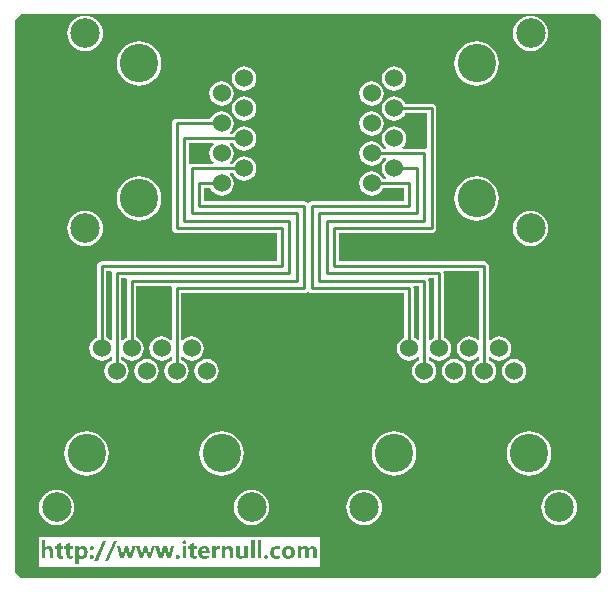
<source format=gbl>
G04 Layer_Physical_Order=2*
G04 Layer_Color=16711680*
%FSLAX25Y25*%
%MOIN*%
G70*
G01*
G75*
%ADD10C,0.01000*%
%ADD11C,0.12795*%
%ADD12C,0.09843*%
%ADD13C,0.06000*%
G36*
X268529Y421867D02*
Y238134D01*
X270634Y236029D01*
X461867D01*
X463971Y238133D01*
Y421867D01*
X461867Y423971D01*
X270634D01*
X268529Y421867D01*
D02*
G37*
%LPC*%
G36*
X435000Y309034D02*
X436044Y308897D01*
X437017Y308494D01*
X437853Y307853D01*
X438494Y307017D01*
X438897Y306044D01*
X439035Y305000D01*
X438897Y303956D01*
X438494Y302983D01*
X437853Y302147D01*
X437017Y301506D01*
X436044Y301103D01*
X435000Y300965D01*
X433956Y301103D01*
X432983Y301506D01*
X432147Y302147D01*
X431506Y302983D01*
X431103Y303956D01*
X430966Y305000D01*
X431103Y306044D01*
X431506Y307017D01*
X432147Y307853D01*
X432983Y308494D01*
X433956Y308897D01*
X435000Y309034D01*
D02*
G37*
G36*
X292500Y284933D02*
X293950Y284791D01*
X295345Y284368D01*
X296630Y283681D01*
X297756Y282756D01*
X298681Y281630D01*
X299368Y280345D01*
X299791Y278950D01*
X299933Y277500D01*
X299791Y276050D01*
X299368Y274655D01*
X298681Y273370D01*
X297756Y272244D01*
X296630Y271319D01*
X295345Y270632D01*
X293950Y270209D01*
X292500Y270067D01*
X291050Y270209D01*
X289655Y270632D01*
X288370Y271319D01*
X287244Y272244D01*
X286319Y273370D01*
X285632Y274655D01*
X285209Y276050D01*
X285067Y277500D01*
X285209Y278950D01*
X285632Y280345D01*
X286319Y281630D01*
X287244Y282756D01*
X288370Y283681D01*
X289655Y284368D01*
X291050Y284791D01*
X292500Y284933D01*
D02*
G37*
G36*
X337500D02*
X338950Y284791D01*
X340345Y284368D01*
X341630Y283681D01*
X342756Y282756D01*
X343681Y281630D01*
X344368Y280345D01*
X344791Y278950D01*
X344933Y277500D01*
X344791Y276050D01*
X344368Y274655D01*
X343681Y273370D01*
X342756Y272244D01*
X341630Y271319D01*
X340345Y270632D01*
X338950Y270209D01*
X337500Y270067D01*
X336050Y270209D01*
X334655Y270632D01*
X333370Y271319D01*
X332244Y272244D01*
X331319Y273370D01*
X330632Y274655D01*
X330209Y276050D01*
X330067Y277500D01*
X330209Y278950D01*
X330632Y280345D01*
X331319Y281630D01*
X332244Y282756D01*
X333370Y283681D01*
X334655Y284368D01*
X336050Y284791D01*
X337500Y284933D01*
D02*
G37*
G36*
X415000Y309034D02*
X416044Y308897D01*
X417017Y308494D01*
X417853Y307853D01*
X418494Y307017D01*
X418897Y306044D01*
X419034Y305000D01*
X418897Y303956D01*
X418494Y302983D01*
X417853Y302147D01*
X417017Y301506D01*
X416044Y301103D01*
X415000Y300965D01*
X413956Y301103D01*
X412983Y301506D01*
X412147Y302147D01*
X411506Y302983D01*
X411103Y303956D01*
X410965Y305000D01*
X411103Y306044D01*
X411506Y307017D01*
X412147Y307853D01*
X412983Y308494D01*
X413956Y308897D01*
X415000Y309034D01*
D02*
G37*
G36*
X395000Y396534D02*
X396044Y396397D01*
X397017Y395994D01*
X397853Y395353D01*
X398494Y394517D01*
X398696Y394029D01*
X407500D01*
X408085Y393913D01*
X408581Y393581D01*
X408913Y393085D01*
X409029Y392500D01*
Y352500D01*
X408913Y351915D01*
X408581Y351419D01*
X408085Y351087D01*
X407500Y350971D01*
X376529D01*
Y341529D01*
X425000D01*
X425585Y341413D01*
X426081Y341081D01*
X426413Y340585D01*
X426529Y340000D01*
Y315325D01*
X427003Y315165D01*
X427147Y315353D01*
X427983Y315994D01*
X428956Y316397D01*
X430000Y316534D01*
X431044Y316397D01*
X432017Y315994D01*
X432853Y315353D01*
X433494Y314517D01*
X433897Y313544D01*
X434034Y312500D01*
X433897Y311456D01*
X433494Y310483D01*
X432853Y309647D01*
X432017Y309006D01*
X431044Y308603D01*
X430000Y308466D01*
X428956Y308603D01*
X427983Y309006D01*
X427147Y309647D01*
X427003Y309835D01*
X426529Y309675D01*
Y308696D01*
X427017Y308494D01*
X427853Y307853D01*
X428494Y307017D01*
X428897Y306044D01*
X429035Y305000D01*
X428897Y303956D01*
X428494Y302983D01*
X427853Y302147D01*
X427017Y301506D01*
X426044Y301103D01*
X425000Y300965D01*
X423956Y301103D01*
X422983Y301506D01*
X422147Y302147D01*
X421506Y302983D01*
X421103Y303956D01*
X420965Y305000D01*
X421103Y306044D01*
X421506Y307017D01*
X422147Y307853D01*
X422983Y308494D01*
X423471Y308696D01*
Y309675D01*
X422997Y309835D01*
X422853Y309647D01*
X422017Y309006D01*
X421044Y308603D01*
X420000Y308466D01*
X418956Y308603D01*
X417983Y309006D01*
X417147Y309647D01*
X416506Y310483D01*
X416103Y311456D01*
X415966Y312500D01*
X416103Y313544D01*
X416506Y314517D01*
X417147Y315353D01*
X417983Y315994D01*
X418956Y316397D01*
X420000Y316534D01*
X421044Y316397D01*
X422017Y315994D01*
X422853Y315353D01*
X422997Y315165D01*
X423471Y315325D01*
Y338471D01*
X411711D01*
X411436Y337971D01*
X411529Y337500D01*
Y316196D01*
X412017Y315994D01*
X412853Y315353D01*
X413494Y314517D01*
X413897Y313544D01*
X414035Y312500D01*
X413897Y311456D01*
X413494Y310483D01*
X412853Y309647D01*
X412017Y309006D01*
X411044Y308603D01*
X410000Y308466D01*
X408956Y308603D01*
X407983Y309006D01*
X407147Y309647D01*
X407003Y309835D01*
X406529Y309675D01*
Y308696D01*
X407017Y308494D01*
X407853Y307853D01*
X408494Y307017D01*
X408897Y306044D01*
X409034Y305000D01*
X408897Y303956D01*
X408494Y302983D01*
X407853Y302147D01*
X407017Y301506D01*
X406044Y301103D01*
X405000Y300965D01*
X403956Y301103D01*
X402983Y301506D01*
X402147Y302147D01*
X401506Y302983D01*
X401103Y303956D01*
X400965Y305000D01*
X401103Y306044D01*
X401506Y307017D01*
X402147Y307853D01*
X402983Y308494D01*
X403471Y308696D01*
Y309675D01*
X402997Y309835D01*
X402853Y309647D01*
X402017Y309006D01*
X401044Y308603D01*
X400000Y308466D01*
X398956Y308603D01*
X397983Y309006D01*
X397147Y309647D01*
X396506Y310483D01*
X396103Y311456D01*
X395966Y312500D01*
X396103Y313544D01*
X396506Y314517D01*
X397147Y315353D01*
X397983Y315994D01*
X398471Y316196D01*
Y330971D01*
X367500D01*
X366915Y331087D01*
X366419Y331419D01*
X366081D01*
X365585Y331087D01*
X365000Y330971D01*
X324029D01*
Y315325D01*
X324503Y315165D01*
X324647Y315353D01*
X325483Y315994D01*
X326456Y316397D01*
X327500Y316534D01*
X328544Y316397D01*
X329517Y315994D01*
X330353Y315353D01*
X330994Y314517D01*
X331397Y313544D01*
X331535Y312500D01*
X331397Y311456D01*
X330994Y310483D01*
X330353Y309647D01*
X329517Y309006D01*
X328544Y308603D01*
X327500Y308466D01*
X326456Y308603D01*
X325483Y309006D01*
X324647Y309647D01*
X324503Y309835D01*
X324029Y309675D01*
Y308696D01*
X324517Y308494D01*
X325353Y307853D01*
X325994Y307017D01*
X326397Y306044D01*
X326535Y305000D01*
X326397Y303956D01*
X325994Y302983D01*
X325353Y302147D01*
X324517Y301506D01*
X323544Y301103D01*
X322500Y300965D01*
X321456Y301103D01*
X320483Y301506D01*
X319647Y302147D01*
X319006Y302983D01*
X318603Y303956D01*
X318465Y305000D01*
X318603Y306044D01*
X319006Y307017D01*
X319647Y307853D01*
X320483Y308494D01*
X320971Y308696D01*
Y309675D01*
X320497Y309835D01*
X320353Y309647D01*
X319517Y309006D01*
X318544Y308603D01*
X317500Y308466D01*
X316456Y308603D01*
X315483Y309006D01*
X314647Y309647D01*
X314006Y310483D01*
X313603Y311456D01*
X313465Y312500D01*
X313603Y313544D01*
X314006Y314517D01*
X314647Y315353D01*
X315483Y315994D01*
X316456Y316397D01*
X317500Y316534D01*
X318544Y316397D01*
X319517Y315994D01*
X320353Y315353D01*
X320497Y315165D01*
X320971Y315325D01*
Y332500D01*
X321064Y332971D01*
X320789Y333471D01*
X309029D01*
Y316196D01*
X309517Y315994D01*
X310353Y315353D01*
X310994Y314517D01*
X311397Y313544D01*
X311535Y312500D01*
X311397Y311456D01*
X310994Y310483D01*
X310353Y309647D01*
X309517Y309006D01*
X308544Y308603D01*
X307500Y308466D01*
X306456Y308603D01*
X305483Y309006D01*
X304647Y309647D01*
X304503Y309835D01*
X304029Y309675D01*
Y308696D01*
X304517Y308494D01*
X305353Y307853D01*
X305994Y307017D01*
X306397Y306044D01*
X306535Y305000D01*
X306397Y303956D01*
X305994Y302983D01*
X305353Y302147D01*
X304517Y301506D01*
X303544Y301103D01*
X302500Y300965D01*
X301456Y301103D01*
X300483Y301506D01*
X299647Y302147D01*
X299006Y302983D01*
X298603Y303956D01*
X298465Y305000D01*
X298603Y306044D01*
X299006Y307017D01*
X299647Y307853D01*
X300483Y308494D01*
X300971Y308696D01*
Y309675D01*
X300497Y309835D01*
X300353Y309647D01*
X299517Y309006D01*
X298544Y308603D01*
X297500Y308466D01*
X296456Y308603D01*
X295483Y309006D01*
X294647Y309647D01*
X294006Y310483D01*
X293603Y311456D01*
X293465Y312500D01*
X293603Y313544D01*
X294006Y314517D01*
X294647Y315353D01*
X295483Y315994D01*
X295971Y316196D01*
Y340000D01*
X296087Y340585D01*
X296419Y341081D01*
X296915Y341413D01*
X297500Y341529D01*
X355971D01*
Y350971D01*
X322500D01*
X321915Y351087D01*
X321419Y351419D01*
X321087Y351915D01*
X320971Y352500D01*
Y387500D01*
X321087Y388085D01*
X321419Y388581D01*
X321915Y388913D01*
X322500Y389029D01*
X333804D01*
X334006Y389517D01*
X334647Y390353D01*
X335483Y390994D01*
X336456Y391397D01*
X337500Y391534D01*
X338544Y391397D01*
X339517Y390994D01*
X340353Y390353D01*
X340994Y389517D01*
X341397Y388544D01*
X341534Y387500D01*
X341397Y386456D01*
X340994Y385483D01*
X340353Y384647D01*
X340165Y384503D01*
X340325Y384029D01*
X341304D01*
X341506Y384517D01*
X342147Y385353D01*
X342983Y385994D01*
X343956Y386397D01*
X345000Y386535D01*
X346044Y386397D01*
X347017Y385994D01*
X347853Y385353D01*
X348494Y384517D01*
X348897Y383544D01*
X349035Y382500D01*
X348897Y381456D01*
X348494Y380483D01*
X347853Y379647D01*
X347017Y379006D01*
X346044Y378603D01*
X345000Y378466D01*
X343956Y378603D01*
X342983Y379006D01*
X342147Y379647D01*
X341506Y380483D01*
X341304Y380971D01*
X340325D01*
X340165Y380497D01*
X340353Y380353D01*
X340994Y379517D01*
X341397Y378544D01*
X341534Y377500D01*
X341397Y376456D01*
X340994Y375483D01*
X340353Y374647D01*
X340165Y374503D01*
X340325Y374029D01*
X341304D01*
X341506Y374517D01*
X342147Y375353D01*
X342983Y375994D01*
X343956Y376397D01*
X345000Y376535D01*
X346044Y376397D01*
X347017Y375994D01*
X347853Y375353D01*
X348494Y374517D01*
X348897Y373544D01*
X349035Y372500D01*
X348897Y371456D01*
X348494Y370483D01*
X347853Y369647D01*
X347017Y369006D01*
X346044Y368603D01*
X345000Y368465D01*
X343956Y368603D01*
X342983Y369006D01*
X342147Y369647D01*
X341506Y370483D01*
X341304Y370971D01*
X340325D01*
X340165Y370497D01*
X340353Y370353D01*
X340994Y369517D01*
X341397Y368544D01*
X341534Y367500D01*
X341397Y366456D01*
X340994Y365483D01*
X340353Y364647D01*
X339517Y364006D01*
X338544Y363603D01*
X337500Y363465D01*
X336456Y363603D01*
X335483Y364006D01*
X334647Y364647D01*
X334006Y365483D01*
X333804Y365971D01*
X331529D01*
Y361529D01*
X365000D01*
X365585Y361413D01*
X365899Y361204D01*
X366250Y361121D01*
X366601Y361204D01*
X366915Y361413D01*
X367500Y361529D01*
X398471D01*
Y365971D01*
X391196D01*
X390994Y365483D01*
X390353Y364647D01*
X389517Y364006D01*
X388544Y363603D01*
X387500Y363465D01*
X386456Y363603D01*
X385483Y364006D01*
X384647Y364647D01*
X384006Y365483D01*
X383603Y366456D01*
X383466Y367500D01*
X383603Y368544D01*
X384006Y369517D01*
X384647Y370353D01*
X385483Y370994D01*
X386456Y371397D01*
X387500Y371534D01*
X388544Y371397D01*
X389517Y370994D01*
X390353Y370353D01*
X390994Y369517D01*
X391196Y369029D01*
X392175D01*
X392335Y369503D01*
X392147Y369647D01*
X391506Y370483D01*
X391103Y371456D01*
X390966Y372500D01*
X391103Y373544D01*
X391506Y374517D01*
X392147Y375353D01*
X392335Y375497D01*
X392175Y375971D01*
X391196D01*
X390994Y375483D01*
X390353Y374647D01*
X389517Y374006D01*
X388544Y373603D01*
X387500Y373465D01*
X386456Y373603D01*
X385483Y374006D01*
X384647Y374647D01*
X384006Y375483D01*
X383603Y376456D01*
X383466Y377500D01*
X383603Y378544D01*
X384006Y379517D01*
X384647Y380353D01*
X385483Y380994D01*
X386456Y381397D01*
X387500Y381535D01*
X388544Y381397D01*
X389517Y380994D01*
X390353Y380353D01*
X390994Y379517D01*
X391196Y379029D01*
X392175D01*
X392335Y379503D01*
X392147Y379647D01*
X391506Y380483D01*
X391103Y381456D01*
X390966Y382500D01*
X391103Y383544D01*
X391506Y384517D01*
X392147Y385353D01*
X392983Y385994D01*
X393956Y386397D01*
X395000Y386535D01*
X396044Y386397D01*
X397017Y385994D01*
X397853Y385353D01*
X398494Y384517D01*
X398897Y383544D01*
X399035Y382500D01*
X398897Y381456D01*
X398494Y380483D01*
X397853Y379647D01*
X397665Y379503D01*
X397826Y379029D01*
X405000D01*
X405471Y378936D01*
X405971Y379211D01*
Y390971D01*
X398696D01*
X398494Y390483D01*
X397853Y389647D01*
X397017Y389006D01*
X396044Y388603D01*
X395000Y388465D01*
X393956Y388603D01*
X392983Y389006D01*
X392147Y389647D01*
X391506Y390483D01*
X391103Y391456D01*
X390966Y392500D01*
X391103Y393544D01*
X391506Y394517D01*
X392147Y395353D01*
X392983Y395994D01*
X393956Y396397D01*
X395000Y396534D01*
D02*
G37*
G36*
X312500Y309034D02*
X313544Y308897D01*
X314517Y308494D01*
X315353Y307853D01*
X315994Y307017D01*
X316397Y306044D01*
X316534Y305000D01*
X316397Y303956D01*
X315994Y302983D01*
X315353Y302147D01*
X314517Y301506D01*
X313544Y301103D01*
X312500Y300965D01*
X311456Y301103D01*
X310483Y301506D01*
X309647Y302147D01*
X309006Y302983D01*
X308603Y303956D01*
X308466Y305000D01*
X308603Y306044D01*
X309006Y307017D01*
X309647Y307853D01*
X310483Y308494D01*
X311456Y308897D01*
X312500Y309034D01*
D02*
G37*
G36*
X332500D02*
X333544Y308897D01*
X334517Y308494D01*
X335353Y307853D01*
X335994Y307017D01*
X336397Y306044D01*
X336535Y305000D01*
X336397Y303956D01*
X335994Y302983D01*
X335353Y302147D01*
X334517Y301506D01*
X333544Y301103D01*
X332500Y300965D01*
X331456Y301103D01*
X330483Y301506D01*
X329647Y302147D01*
X329006Y302983D01*
X328603Y303956D01*
X328466Y305000D01*
X328603Y306044D01*
X329006Y307017D01*
X329647Y307853D01*
X330483Y308494D01*
X331456Y308897D01*
X332500Y309034D01*
D02*
G37*
G36*
X385000Y265450D02*
X386161Y265336D01*
X387277Y264997D01*
X388306Y264447D01*
X389207Y263707D01*
X389947Y262806D01*
X390497Y261777D01*
X390836Y260661D01*
X390950Y259500D01*
X390836Y258339D01*
X390497Y257223D01*
X389947Y256194D01*
X389207Y255293D01*
X388306Y254553D01*
X387277Y254003D01*
X386161Y253664D01*
X385000Y253550D01*
X383839Y253664D01*
X382723Y254003D01*
X381694Y254553D01*
X380793Y255293D01*
X380053Y256194D01*
X379503Y257223D01*
X379164Y258339D01*
X379050Y259500D01*
X379164Y260661D01*
X379503Y261777D01*
X380053Y262806D01*
X380793Y263707D01*
X381694Y264447D01*
X382723Y264997D01*
X383839Y265336D01*
X385000Y265450D01*
D02*
G37*
G36*
X450000D02*
X451161Y265336D01*
X452277Y264997D01*
X453306Y264447D01*
X454207Y263707D01*
X454947Y262806D01*
X455497Y261777D01*
X455836Y260661D01*
X455950Y259500D01*
X455836Y258339D01*
X455497Y257223D01*
X454947Y256194D01*
X454207Y255293D01*
X453306Y254553D01*
X452277Y254003D01*
X451161Y253664D01*
X450000Y253550D01*
X448839Y253664D01*
X447723Y254003D01*
X446694Y254553D01*
X445793Y255293D01*
X445053Y256194D01*
X444503Y257223D01*
X444164Y258339D01*
X444050Y259500D01*
X444164Y260661D01*
X444503Y261777D01*
X445053Y262806D01*
X445793Y263707D01*
X446694Y264447D01*
X447723Y264997D01*
X448839Y265336D01*
X450000Y265450D01*
D02*
G37*
G36*
X276491Y249540D02*
X370251D01*
Y239622D01*
X276491D01*
Y249540D01*
D02*
G37*
G36*
X347500Y265450D02*
X348661Y265336D01*
X349777Y264997D01*
X350806Y264447D01*
X351707Y263707D01*
X352447Y262806D01*
X352997Y261777D01*
X353336Y260661D01*
X353450Y259500D01*
X353336Y258339D01*
X352997Y257223D01*
X352447Y256194D01*
X351707Y255293D01*
X350806Y254553D01*
X349777Y254003D01*
X348661Y253664D01*
X347500Y253550D01*
X346339Y253664D01*
X345223Y254003D01*
X344194Y254553D01*
X343293Y255293D01*
X342553Y256194D01*
X342003Y257223D01*
X341664Y258339D01*
X341550Y259500D01*
X341664Y260661D01*
X342003Y261777D01*
X342553Y262806D01*
X343293Y263707D01*
X344194Y264447D01*
X345223Y264997D01*
X346339Y265336D01*
X347500Y265450D01*
D02*
G37*
G36*
X395000Y284933D02*
X396450Y284791D01*
X397845Y284368D01*
X399130Y283681D01*
X400256Y282756D01*
X401181Y281630D01*
X401868Y280345D01*
X402291Y278950D01*
X402433Y277500D01*
X402291Y276050D01*
X401868Y274655D01*
X401181Y273370D01*
X400256Y272244D01*
X399130Y271319D01*
X397845Y270632D01*
X396450Y270209D01*
X395000Y270067D01*
X393550Y270209D01*
X392155Y270632D01*
X390870Y271319D01*
X389744Y272244D01*
X388819Y273370D01*
X388132Y274655D01*
X387709Y276050D01*
X387567Y277500D01*
X387709Y278950D01*
X388132Y280345D01*
X388819Y281630D01*
X389744Y282756D01*
X390870Y283681D01*
X392155Y284368D01*
X393550Y284791D01*
X395000Y284933D01*
D02*
G37*
G36*
X440000D02*
X441450Y284791D01*
X442845Y284368D01*
X444130Y283681D01*
X445256Y282756D01*
X446181Y281630D01*
X446868Y280345D01*
X447291Y278950D01*
X447433Y277500D01*
X447291Y276050D01*
X446868Y274655D01*
X446181Y273370D01*
X445256Y272244D01*
X444130Y271319D01*
X442845Y270632D01*
X441450Y270209D01*
X440000Y270067D01*
X438550Y270209D01*
X437155Y270632D01*
X435870Y271319D01*
X434744Y272244D01*
X433819Y273370D01*
X433132Y274655D01*
X432709Y276050D01*
X432567Y277500D01*
X432709Y278950D01*
X433132Y280345D01*
X433819Y281630D01*
X434744Y282756D01*
X435870Y283681D01*
X437155Y284368D01*
X438550Y284791D01*
X440000Y284933D01*
D02*
G37*
G36*
X282500Y265450D02*
X283661Y265336D01*
X284777Y264997D01*
X285806Y264447D01*
X286707Y263707D01*
X287447Y262806D01*
X287997Y261777D01*
X288336Y260661D01*
X288450Y259500D01*
X288336Y258339D01*
X287997Y257223D01*
X287447Y256194D01*
X286707Y255293D01*
X285806Y254553D01*
X284777Y254003D01*
X283661Y253664D01*
X282500Y253550D01*
X281339Y253664D01*
X280223Y254003D01*
X279194Y254553D01*
X278293Y255293D01*
X277553Y256194D01*
X277003Y257223D01*
X276664Y258339D01*
X276550Y259500D01*
X276664Y260661D01*
X277003Y261777D01*
X277553Y262806D01*
X278293Y263707D01*
X279194Y264447D01*
X280223Y264997D01*
X281339Y265336D01*
X282500Y265450D01*
D02*
G37*
G36*
X337500Y401535D02*
X338544Y401397D01*
X339517Y400994D01*
X340353Y400353D01*
X340994Y399517D01*
X341397Y398544D01*
X341534Y397500D01*
X341397Y396456D01*
X340994Y395483D01*
X340353Y394647D01*
X339517Y394006D01*
X338544Y393603D01*
X337500Y393465D01*
X336456Y393603D01*
X335483Y394006D01*
X334647Y394647D01*
X334006Y395483D01*
X333603Y396456D01*
X333466Y397500D01*
X333603Y398544D01*
X334006Y399517D01*
X334647Y400353D01*
X335483Y400994D01*
X336456Y401397D01*
X337500Y401535D01*
D02*
G37*
G36*
X395000Y406534D02*
X396044Y406397D01*
X397017Y405994D01*
X397853Y405353D01*
X398494Y404517D01*
X398897Y403544D01*
X399035Y402500D01*
X398897Y401456D01*
X398494Y400483D01*
X397853Y399647D01*
X397017Y399006D01*
X396044Y398603D01*
X395000Y398465D01*
X393956Y398603D01*
X392983Y399006D01*
X392147Y399647D01*
X391506Y400483D01*
X391103Y401456D01*
X390966Y402500D01*
X391103Y403544D01*
X391506Y404517D01*
X392147Y405353D01*
X392983Y405994D01*
X393956Y406397D01*
X395000Y406534D01*
D02*
G37*
G36*
X345000Y396534D02*
X346044Y396397D01*
X347017Y395994D01*
X347853Y395353D01*
X348494Y394517D01*
X348897Y393544D01*
X349035Y392500D01*
X348897Y391456D01*
X348494Y390483D01*
X347853Y389647D01*
X347017Y389006D01*
X346044Y388603D01*
X345000Y388465D01*
X343956Y388603D01*
X342983Y389006D01*
X342147Y389647D01*
X341506Y390483D01*
X341103Y391456D01*
X340966Y392500D01*
X341103Y393544D01*
X341506Y394517D01*
X342147Y395353D01*
X342983Y395994D01*
X343956Y396397D01*
X345000Y396534D01*
D02*
G37*
G36*
X387500Y401535D02*
X388544Y401397D01*
X389517Y400994D01*
X390353Y400353D01*
X390994Y399517D01*
X391397Y398544D01*
X391534Y397500D01*
X391397Y396456D01*
X390994Y395483D01*
X390353Y394647D01*
X389517Y394006D01*
X388544Y393603D01*
X387500Y393465D01*
X386456Y393603D01*
X385483Y394006D01*
X384647Y394647D01*
X384006Y395483D01*
X383603Y396456D01*
X383466Y397500D01*
X383603Y398544D01*
X384006Y399517D01*
X384647Y400353D01*
X385483Y400994D01*
X386456Y401397D01*
X387500Y401535D01*
D02*
G37*
G36*
X345000Y406534D02*
X346044Y406397D01*
X347017Y405994D01*
X347853Y405353D01*
X348494Y404517D01*
X348897Y403544D01*
X349035Y402500D01*
X348897Y401456D01*
X348494Y400483D01*
X347853Y399647D01*
X347017Y399006D01*
X346044Y398603D01*
X345000Y398465D01*
X343956Y398603D01*
X342983Y399006D01*
X342147Y399647D01*
X341506Y400483D01*
X341103Y401456D01*
X340966Y402500D01*
X341103Y403544D01*
X341506Y404517D01*
X342147Y405353D01*
X342983Y405994D01*
X343956Y406397D01*
X345000Y406534D01*
D02*
G37*
G36*
X440500Y423450D02*
X441661Y423336D01*
X442777Y422997D01*
X443806Y422447D01*
X444707Y421707D01*
X445447Y420806D01*
X445997Y419777D01*
X446336Y418661D01*
X446450Y417500D01*
X446336Y416339D01*
X445997Y415223D01*
X445447Y414194D01*
X444707Y413293D01*
X443806Y412553D01*
X442777Y412003D01*
X441661Y411664D01*
X440500Y411550D01*
X439339Y411664D01*
X438223Y412003D01*
X437194Y412553D01*
X436293Y413293D01*
X435553Y414194D01*
X435003Y415223D01*
X434664Y416339D01*
X434550Y417500D01*
X434664Y418661D01*
X435003Y419777D01*
X435553Y420806D01*
X436293Y421707D01*
X437194Y422447D01*
X438223Y422997D01*
X439339Y423336D01*
X440500Y423450D01*
D02*
G37*
G36*
X292000D02*
X293161Y423336D01*
X294277Y422997D01*
X295306Y422447D01*
X296207Y421707D01*
X296947Y420806D01*
X297497Y419777D01*
X297836Y418661D01*
X297950Y417500D01*
X297836Y416339D01*
X297497Y415223D01*
X296947Y414194D01*
X296207Y413293D01*
X295306Y412553D01*
X294277Y412003D01*
X293161Y411664D01*
X292000Y411550D01*
X290839Y411664D01*
X289723Y412003D01*
X288694Y412553D01*
X287793Y413293D01*
X287053Y414194D01*
X286503Y415223D01*
X286164Y416339D01*
X286050Y417500D01*
X286164Y418661D01*
X286503Y419777D01*
X287053Y420806D01*
X287793Y421707D01*
X288694Y422447D01*
X289723Y422997D01*
X290839Y423336D01*
X292000Y423450D01*
D02*
G37*
G36*
X422500Y414933D02*
X423950Y414791D01*
X425345Y414368D01*
X426630Y413681D01*
X427756Y412756D01*
X428681Y411630D01*
X429368Y410345D01*
X429791Y408950D01*
X429933Y407500D01*
X429791Y406050D01*
X429368Y404655D01*
X428681Y403370D01*
X427756Y402244D01*
X426630Y401319D01*
X425345Y400632D01*
X423950Y400209D01*
X422500Y400067D01*
X421050Y400209D01*
X419655Y400632D01*
X418370Y401319D01*
X417244Y402244D01*
X416319Y403370D01*
X415632Y404655D01*
X415209Y406050D01*
X415067Y407500D01*
X415209Y408950D01*
X415632Y410345D01*
X416319Y411630D01*
X417244Y412756D01*
X418370Y413681D01*
X419655Y414368D01*
X421050Y414791D01*
X422500Y414933D01*
D02*
G37*
G36*
X310000D02*
X311450Y414791D01*
X312845Y414368D01*
X314130Y413681D01*
X315256Y412756D01*
X316181Y411630D01*
X316868Y410345D01*
X317291Y408950D01*
X317433Y407500D01*
X317291Y406050D01*
X316868Y404655D01*
X316181Y403370D01*
X315256Y402244D01*
X314130Y401319D01*
X312845Y400632D01*
X311450Y400209D01*
X310000Y400067D01*
X308550Y400209D01*
X307155Y400632D01*
X305870Y401319D01*
X304744Y402244D01*
X303819Y403370D01*
X303132Y404655D01*
X302709Y406050D01*
X302567Y407500D01*
X302709Y408950D01*
X303132Y410345D01*
X303819Y411630D01*
X304744Y412756D01*
X305870Y413681D01*
X307155Y414368D01*
X308550Y414791D01*
X310000Y414933D01*
D02*
G37*
G36*
X387500Y391534D02*
X388544Y391397D01*
X389517Y390994D01*
X390353Y390353D01*
X390994Y389517D01*
X391397Y388544D01*
X391534Y387500D01*
X391397Y386456D01*
X390994Y385483D01*
X390353Y384647D01*
X389517Y384006D01*
X388544Y383603D01*
X387500Y383466D01*
X386456Y383603D01*
X385483Y384006D01*
X384647Y384647D01*
X384006Y385483D01*
X383603Y386456D01*
X383466Y387500D01*
X383603Y388544D01*
X384006Y389517D01*
X384647Y390353D01*
X385483Y390994D01*
X386456Y391397D01*
X387500Y391534D01*
D02*
G37*
G36*
X292000Y358450D02*
X293161Y358336D01*
X294277Y357997D01*
X295306Y357447D01*
X296207Y356707D01*
X296947Y355806D01*
X297497Y354777D01*
X297836Y353661D01*
X297950Y352500D01*
X297836Y351339D01*
X297497Y350223D01*
X296947Y349194D01*
X296207Y348293D01*
X295306Y347553D01*
X294277Y347003D01*
X293161Y346664D01*
X292000Y346550D01*
X290839Y346664D01*
X289723Y347003D01*
X288694Y347553D01*
X287793Y348293D01*
X287053Y349194D01*
X286503Y350223D01*
X286164Y351339D01*
X286050Y352500D01*
X286164Y353661D01*
X286503Y354777D01*
X287053Y355806D01*
X287793Y356707D01*
X288694Y357447D01*
X289723Y357997D01*
X290839Y358336D01*
X292000Y358450D01*
D02*
G37*
G36*
X440500D02*
X441661Y358336D01*
X442777Y357997D01*
X443806Y357447D01*
X444707Y356707D01*
X445447Y355806D01*
X445997Y354777D01*
X446336Y353661D01*
X446450Y352500D01*
X446336Y351339D01*
X445997Y350223D01*
X445447Y349194D01*
X444707Y348293D01*
X443806Y347553D01*
X442777Y347003D01*
X441661Y346664D01*
X440500Y346550D01*
X439339Y346664D01*
X438223Y347003D01*
X437194Y347553D01*
X436293Y348293D01*
X435553Y349194D01*
X435003Y350223D01*
X434664Y351339D01*
X434550Y352500D01*
X434664Y353661D01*
X435003Y354777D01*
X435553Y355806D01*
X436293Y356707D01*
X437194Y357447D01*
X438223Y357997D01*
X439339Y358336D01*
X440500Y358450D01*
D02*
G37*
G36*
X422500Y369933D02*
X423950Y369791D01*
X425345Y369368D01*
X426630Y368681D01*
X427756Y367756D01*
X428681Y366630D01*
X429368Y365345D01*
X429791Y363950D01*
X429933Y362500D01*
X429791Y361050D01*
X429368Y359655D01*
X428681Y358370D01*
X427756Y357244D01*
X426630Y356319D01*
X425345Y355632D01*
X423950Y355209D01*
X422500Y355067D01*
X421050Y355209D01*
X419655Y355632D01*
X418370Y356319D01*
X417244Y357244D01*
X416319Y358370D01*
X415632Y359655D01*
X415209Y361050D01*
X415067Y362500D01*
X415209Y363950D01*
X415632Y365345D01*
X416319Y366630D01*
X417244Y367756D01*
X418370Y368681D01*
X419655Y369368D01*
X421050Y369791D01*
X422500Y369933D01*
D02*
G37*
G36*
X310000D02*
X311450Y369791D01*
X312845Y369368D01*
X314130Y368681D01*
X315256Y367756D01*
X316181Y366630D01*
X316868Y365345D01*
X317291Y363950D01*
X317433Y362500D01*
X317291Y361050D01*
X316868Y359655D01*
X316181Y358370D01*
X315256Y357244D01*
X314130Y356319D01*
X312845Y355632D01*
X311450Y355209D01*
X310000Y355067D01*
X308550Y355209D01*
X307155Y355632D01*
X305870Y356319D01*
X304744Y357244D01*
X303819Y358370D01*
X303132Y359655D01*
X302709Y361050D01*
X302567Y362500D01*
X302709Y363950D01*
X303132Y365345D01*
X303819Y366630D01*
X304744Y367756D01*
X305870Y368681D01*
X307155Y369368D01*
X308550Y369791D01*
X310000Y369933D01*
D02*
G37*
%LPD*%
G36*
X295140Y241557D02*
X296194D01*
X298978Y248217D01*
X297896D01*
X295140Y241557D01*
D02*
G37*
G36*
X331520Y246672D02*
X331363Y246653D01*
X331215Y246625D01*
X331076Y246588D01*
X330956Y246542D01*
X330836Y246487D01*
X330725Y246431D01*
X330623Y246376D01*
X330530Y246320D01*
X330456Y246265D01*
X330382Y246209D01*
X330327Y246163D01*
X330280Y246126D01*
X330253Y246098D01*
X330234Y246080D01*
X330225Y246071D01*
X330123Y245950D01*
X330040Y245830D01*
X329957Y245701D01*
X329892Y245562D01*
X329837Y245432D01*
X329790Y245303D01*
X329726Y245044D01*
X329698Y244933D01*
X329679Y244822D01*
X329670Y244729D01*
X329661Y244646D01*
X329651Y244572D01*
Y244526D01*
Y244489D01*
Y244479D01*
X329661Y244304D01*
X329679Y244137D01*
X329698Y243971D01*
X329735Y243832D01*
X329772Y243693D01*
X329818Y243564D01*
X329873Y243453D01*
X329920Y243351D01*
X329966Y243259D01*
X330022Y243175D01*
X330068Y243110D01*
X330105Y243055D01*
X330142Y243009D01*
X330170Y242981D01*
X330179Y242963D01*
X330188Y242953D01*
X330299Y242861D01*
X330410Y242777D01*
X330530Y242704D01*
X330660Y242639D01*
X330780Y242583D01*
X330909Y242537D01*
X331150Y242472D01*
X331261Y242454D01*
X331372Y242435D01*
X331465Y242426D01*
X331548Y242417D01*
X331612Y242407D01*
X331705D01*
X332029Y242417D01*
X332177Y242435D01*
X332315Y242454D01*
X332445Y242481D01*
X332565Y242500D01*
X332676Y242528D01*
X332778Y242565D01*
X332871Y242593D01*
X332954Y242620D01*
X333018Y242639D01*
X333074Y242667D01*
X333120Y242685D01*
X333148Y242704D01*
X333167Y242713D01*
X333176D01*
Y243582D01*
X332972Y243471D01*
X332769Y243388D01*
X332565Y243333D01*
X332380Y243296D01*
X332214Y243268D01*
X332149Y243259D01*
X332084D01*
X332038Y243249D01*
X331973D01*
X331779Y243259D01*
X331612Y243286D01*
X331465Y243342D01*
X331335Y243397D01*
X331233Y243471D01*
X331141Y243554D01*
X331058Y243638D01*
X331002Y243730D01*
X330946Y243813D01*
X330909Y243897D01*
X330882Y243980D01*
X330863Y244054D01*
X330845Y244119D01*
Y244165D01*
X330836Y244193D01*
Y244202D01*
X333518D01*
Y244711D01*
X333509Y244877D01*
X333500Y245035D01*
X333472Y245182D01*
X333444Y245321D01*
X333407Y245451D01*
X333361Y245571D01*
X333314Y245682D01*
X333278Y245775D01*
X333231Y245867D01*
X333185Y245941D01*
X333139Y246006D01*
X333102Y246061D01*
X333074Y246098D01*
X333046Y246126D01*
X333037Y246145D01*
X333028Y246154D01*
X332935Y246246D01*
X332834Y246329D01*
X332722Y246394D01*
X332611Y246459D01*
X332501Y246515D01*
X332389Y246551D01*
X332177Y246616D01*
X332075Y246635D01*
X331982Y246653D01*
X331890Y246662D01*
X331825Y246672D01*
X331761Y246681D01*
X331677D01*
X331520Y246672D01*
D02*
G37*
G36*
X324499Y242500D02*
X325693D01*
Y246579D01*
X324499D01*
Y242500D01*
D02*
G37*
G36*
X355801Y246672D02*
X355616Y246653D01*
X355450Y246625D01*
X355293Y246588D01*
X355145Y246542D01*
X355006Y246487D01*
X354886Y246441D01*
X354774Y246385D01*
X354673Y246320D01*
X354580Y246274D01*
X354506Y246218D01*
X354441Y246172D01*
X354395Y246135D01*
X354358Y246108D01*
X354340Y246089D01*
X354330Y246080D01*
X354220Y245959D01*
X354127Y245839D01*
X354044Y245710D01*
X353970Y245571D01*
X353914Y245432D01*
X353859Y245293D01*
X353785Y245035D01*
X353766Y244914D01*
X353748Y244803D01*
X353729Y244702D01*
X353720Y244618D01*
X353711Y244544D01*
Y244489D01*
Y244452D01*
Y244443D01*
X353720Y244276D01*
X353738Y244119D01*
X353766Y243971D01*
X353803Y243832D01*
X353840Y243703D01*
X353896Y243582D01*
X353942Y243471D01*
X353997Y243370D01*
X354053Y243277D01*
X354099Y243203D01*
X354155Y243129D01*
X354192Y243074D01*
X354229Y243027D01*
X354257Y243000D01*
X354275Y242981D01*
X354284Y242972D01*
X354395Y242870D01*
X354516Y242787D01*
X354636Y242713D01*
X354765Y242648D01*
X354895Y242593D01*
X355015Y242546D01*
X355256Y242481D01*
X355366Y242454D01*
X355468Y242435D01*
X355561Y242426D01*
X355644Y242417D01*
X355709Y242407D01*
X355801D01*
X356079Y242417D01*
X356319Y242444D01*
X356532Y242481D01*
X356698Y242528D01*
X356772Y242546D01*
X356837Y242574D01*
X356893Y242593D01*
X356939Y242611D01*
X356967Y242630D01*
X356995Y242639D01*
X357004Y242648D01*
X357013D01*
Y243619D01*
X356846Y243517D01*
X356680Y243443D01*
X356523Y243388D01*
X356384Y243351D01*
X356264Y243333D01*
X356171Y243323D01*
X356134Y243314D01*
X356088D01*
X355894Y243333D01*
X355727Y243370D01*
X355579Y243416D01*
X355450Y243480D01*
X355357Y243536D01*
X355283Y243591D01*
X355246Y243629D01*
X355228Y243638D01*
X355126Y243767D01*
X355043Y243915D01*
X354987Y244054D01*
X354950Y244202D01*
X354932Y244322D01*
X354923Y244424D01*
X354913Y244461D01*
Y244489D01*
Y244507D01*
Y244516D01*
X354932Y244720D01*
X354969Y244905D01*
X355015Y245062D01*
X355080Y245192D01*
X355145Y245293D01*
X355191Y245368D01*
X355228Y245414D01*
X355246Y245432D01*
X355376Y245543D01*
X355524Y245626D01*
X355672Y245682D01*
X355810Y245728D01*
X355931Y245747D01*
X356032Y245756D01*
X356069Y245765D01*
X356125D01*
X356301Y245756D01*
X356467Y245719D01*
X356625Y245673D01*
X356754Y245617D01*
X356865Y245562D01*
X356948Y245515D01*
X357004Y245479D01*
X357022Y245469D01*
Y246487D01*
X356884Y246551D01*
X356717Y246598D01*
X356541Y246635D01*
X356375Y246653D01*
X356227Y246672D01*
X356162D01*
X356097Y246681D01*
X355986D01*
X355801Y246672D01*
D02*
G37*
G36*
X298720Y241557D02*
X299774D01*
X302558Y248217D01*
X301476D01*
X298720Y241557D01*
D02*
G37*
G36*
X327043Y247477D02*
Y246579D01*
X326377D01*
Y245691D01*
X327043D01*
Y243767D01*
X327062Y243527D01*
X327098Y243323D01*
X327163Y243138D01*
X327246Y242981D01*
X327348Y242851D01*
X327459Y242741D01*
X327570Y242648D01*
X327700Y242574D01*
X327820Y242518D01*
X327931Y242481D01*
X328042Y242454D01*
X328144Y242426D01*
X328227Y242417D01*
X328292Y242407D01*
X328347D01*
X328541Y242417D01*
X328708Y242426D01*
X328847Y242454D01*
X328958Y242481D01*
X329050Y242500D01*
X329115Y242528D01*
X329152Y242537D01*
X329161Y242546D01*
Y243434D01*
X329087Y243397D01*
X329004Y243370D01*
X328939Y243342D01*
X328874Y243333D01*
X328828Y243323D01*
X328791Y243314D01*
X328754D01*
X328662Y243323D01*
X328588Y243342D01*
X328514Y243379D01*
X328458Y243416D01*
X328366Y243517D01*
X328301Y243647D01*
X328264Y243767D01*
X328245Y243869D01*
X328236Y243906D01*
Y243943D01*
Y243962D01*
Y243971D01*
Y245691D01*
X329161D01*
Y246579D01*
X328236D01*
Y247819D01*
X327043Y247477D01*
D02*
G37*
G36*
X342342Y244119D02*
Y243962D01*
X342361Y243813D01*
X342379Y243684D01*
X342407Y243554D01*
X342472Y243323D01*
X342565Y243129D01*
X342675Y242963D01*
X342796Y242824D01*
X342925Y242713D01*
X343064Y242620D01*
X343194Y242555D01*
X343323Y242500D01*
X343443Y242463D01*
X343554Y242435D01*
X343647Y242417D01*
X343711Y242407D01*
X343776D01*
X343924Y242417D01*
X344054Y242435D01*
X344183Y242472D01*
X344303Y242518D01*
X344516Y242630D01*
X344692Y242768D01*
X344775Y242833D01*
X344840Y242898D01*
X344896Y242953D01*
X344942Y243009D01*
X344979Y243055D01*
X345006Y243092D01*
X345016Y243110D01*
X345025Y243120D01*
X345043D01*
Y242500D01*
X346228D01*
Y246579D01*
X345043D01*
Y244239D01*
X345034Y244091D01*
X345006Y243952D01*
X344979Y243841D01*
X344942Y243740D01*
X344896Y243666D01*
X344868Y243610D01*
X344840Y243573D01*
X344831Y243564D01*
X344747Y243480D01*
X344655Y243416D01*
X344553Y243379D01*
X344461Y243342D01*
X344387Y243323D01*
X344313Y243314D01*
X344257D01*
X344128Y243323D01*
X344017Y243351D01*
X343924Y243397D01*
X343841Y243462D01*
X343767Y243527D01*
X343711Y243601D01*
X343665Y243684D01*
X343628Y243776D01*
X343573Y243943D01*
X343554Y244017D01*
X343545Y244091D01*
Y244146D01*
X343536Y244193D01*
Y244220D01*
Y244230D01*
Y246579D01*
X342342D01*
Y244119D01*
D02*
G37*
G36*
X336441Y246644D02*
X336312Y246616D01*
X336191Y246579D01*
X336080Y246524D01*
X335988Y246459D01*
X335895Y246385D01*
X335821Y246311D01*
X335756Y246237D01*
X335646Y246080D01*
X335599Y246006D01*
X335562Y245941D01*
X335544Y245885D01*
X335525Y245848D01*
X335507Y245821D01*
Y245812D01*
X335488D01*
Y246579D01*
X334295D01*
Y242500D01*
X335488D01*
Y244461D01*
X335497Y244655D01*
X335525Y244822D01*
X335562Y244970D01*
X335609Y245090D01*
X335655Y245182D01*
X335692Y245256D01*
X335719Y245293D01*
X335729Y245312D01*
X335830Y245414D01*
X335932Y245497D01*
X336043Y245552D01*
X336145Y245589D01*
X336238Y245608D01*
X336312Y245626D01*
X336376D01*
X336487Y245617D01*
X336589Y245608D01*
X336682Y245589D01*
X336755Y245562D01*
X336820Y245534D01*
X336866Y245515D01*
X336894Y245506D01*
X336904Y245497D01*
Y246607D01*
X336857Y246625D01*
X336811Y246635D01*
X336700Y246644D01*
X336654Y246653D01*
X336580D01*
X336441Y246644D01*
D02*
G37*
G36*
X322788Y243656D02*
X322695Y243638D01*
X322612Y243610D01*
X322538Y243573D01*
X322474Y243536D01*
X322427Y243508D01*
X322399Y243490D01*
X322390Y243480D01*
X322316Y243407D01*
X322270Y243333D01*
X322233Y243259D01*
X322205Y243184D01*
X322187Y243129D01*
X322178Y243074D01*
Y243037D01*
Y243027D01*
X322187Y242935D01*
X322205Y242842D01*
X322242Y242768D01*
X322279Y242704D01*
X322316Y242657D01*
X322353Y242611D01*
X322372Y242593D01*
X322381Y242583D01*
X322464Y242528D01*
X322548Y242481D01*
X322631Y242454D01*
X322714Y242426D01*
X322779Y242417D01*
X322834Y242407D01*
X322881D01*
X322991Y242417D01*
X323093Y242435D01*
X323177Y242463D01*
X323251Y242491D01*
X323306Y242518D01*
X323352Y242546D01*
X323380Y242565D01*
X323389Y242574D01*
X323454Y242648D01*
X323510Y242722D01*
X323547Y242796D01*
X323565Y242870D01*
X323584Y242935D01*
X323593Y242981D01*
Y243018D01*
Y243027D01*
X323584Y243129D01*
X323565Y243212D01*
X323528Y243296D01*
X323491Y243360D01*
X323454Y243407D01*
X323417Y243453D01*
X323398Y243471D01*
X323389Y243480D01*
X323306Y243545D01*
X323223Y243591D01*
X323149Y243619D01*
X323065Y243647D01*
X323001Y243656D01*
X322945Y243666D01*
X322899D01*
X322788Y243656D01*
D02*
G37*
G36*
X294122D02*
X294030Y243638D01*
X293947Y243610D01*
X293872Y243573D01*
X293808Y243536D01*
X293761Y243508D01*
X293734Y243490D01*
X293724Y243480D01*
X293651Y243407D01*
X293604Y243333D01*
X293567Y243259D01*
X293540Y243184D01*
X293521Y243129D01*
X293512Y243074D01*
Y243037D01*
Y243027D01*
X293521Y242935D01*
X293540Y242842D01*
X293577Y242768D01*
X293614Y242704D01*
X293651Y242657D01*
X293688Y242611D01*
X293706Y242593D01*
X293715Y242583D01*
X293798Y242528D01*
X293882Y242481D01*
X293965Y242454D01*
X294048Y242426D01*
X294113Y242417D01*
X294168Y242407D01*
X294215D01*
X294326Y242417D01*
X294427Y242435D01*
X294511Y242463D01*
X294585Y242491D01*
X294640Y242518D01*
X294687Y242546D01*
X294714Y242565D01*
X294724Y242574D01*
X294788Y242648D01*
X294844Y242722D01*
X294881Y242796D01*
X294899Y242870D01*
X294918Y242935D01*
X294927Y242981D01*
Y243018D01*
Y243027D01*
X294918Y243129D01*
X294899Y243212D01*
X294862Y243296D01*
X294825Y243360D01*
X294788Y243407D01*
X294751Y243453D01*
X294733Y243471D01*
X294724Y243480D01*
X294640Y243545D01*
X294557Y243591D01*
X294483Y243619D01*
X294400Y243647D01*
X294335Y243656D01*
X294280Y243666D01*
X294233D01*
X294122Y243656D01*
D02*
G37*
G36*
X349530Y242500D02*
X350723D01*
Y248540D01*
X349530D01*
Y242500D01*
D02*
G37*
G36*
X352221Y243656D02*
X352129Y243638D01*
X352046Y243610D01*
X351972Y243573D01*
X351907Y243536D01*
X351861Y243508D01*
X351833Y243490D01*
X351824Y243480D01*
X351750Y243407D01*
X351704Y243333D01*
X351666Y243259D01*
X351639Y243184D01*
X351620Y243129D01*
X351611Y243074D01*
Y243037D01*
Y243027D01*
X351620Y242935D01*
X351639Y242842D01*
X351676Y242768D01*
X351713Y242704D01*
X351750Y242657D01*
X351787Y242611D01*
X351805Y242593D01*
X351815Y242583D01*
X351898Y242528D01*
X351981Y242481D01*
X352064Y242454D01*
X352148Y242426D01*
X352212Y242417D01*
X352268Y242407D01*
X352314D01*
X352425Y242417D01*
X352527Y242435D01*
X352610Y242463D01*
X352684Y242491D01*
X352740Y242518D01*
X352786Y242546D01*
X352814Y242565D01*
X352823Y242574D01*
X352888Y242648D01*
X352943Y242722D01*
X352980Y242796D01*
X352998Y242870D01*
X353017Y242935D01*
X353026Y242981D01*
Y243018D01*
Y243027D01*
X353017Y243129D01*
X352998Y243212D01*
X352961Y243296D01*
X352924Y243360D01*
X352888Y243407D01*
X352851Y243453D01*
X352832Y243471D01*
X352823Y243480D01*
X352740Y243545D01*
X352656Y243591D01*
X352582Y243619D01*
X352499Y243647D01*
X352434Y243656D01*
X352379Y243666D01*
X352332D01*
X352221Y243656D01*
D02*
G37*
G36*
X339873Y246672D02*
X339725Y246653D01*
X339586Y246616D01*
X339457Y246561D01*
X339336Y246505D01*
X339234Y246441D01*
X339133Y246376D01*
X339050Y246311D01*
X338966Y246237D01*
X338901Y246172D01*
X338846Y246108D01*
X338800Y246052D01*
X338763Y246006D01*
X338735Y245969D01*
X338726Y245941D01*
X338717Y245932D01*
X338698D01*
Y246579D01*
X337505D01*
Y242500D01*
X338698D01*
Y244831D01*
X338707Y244979D01*
X338735Y245109D01*
X338772Y245219D01*
X338809Y245321D01*
X338846Y245395D01*
X338883Y245451D01*
X338911Y245488D01*
X338920Y245497D01*
X339013Y245589D01*
X339105Y245654D01*
X339207Y245701D01*
X339290Y245728D01*
X339373Y245756D01*
X339438Y245765D01*
X339493D01*
X339623Y245756D01*
X339725Y245719D01*
X339826Y245673D01*
X339910Y245608D01*
X339974Y245534D01*
X340030Y245451D01*
X340076Y245368D01*
X340113Y245275D01*
X340169Y245090D01*
X340187Y245007D01*
X340196Y244933D01*
X340206Y244868D01*
Y244822D01*
Y244785D01*
Y244776D01*
Y242500D01*
X341390D01*
Y244998D01*
Y245155D01*
X341371Y245293D01*
X341353Y245432D01*
X341334Y245552D01*
X341260Y245775D01*
X341177Y245969D01*
X341075Y246135D01*
X340964Y246274D01*
X340835Y246385D01*
X340715Y246468D01*
X340585Y246542D01*
X340465Y246588D01*
X340345Y246625D01*
X340243Y246653D01*
X340160Y246672D01*
X340086Y246681D01*
X340030D01*
X339873Y246672D01*
D02*
G37*
G36*
X347291Y242500D02*
X348484D01*
Y248540D01*
X347291D01*
Y242500D01*
D02*
G37*
G36*
X359668Y246672D02*
X359492Y246653D01*
X359326Y246625D01*
X359168Y246588D01*
X359020Y246542D01*
X358891Y246496D01*
X358761Y246441D01*
X358650Y246394D01*
X358558Y246339D01*
X358465Y246283D01*
X358391Y246237D01*
X358336Y246191D01*
X358290Y246154D01*
X358253Y246126D01*
X358234Y246108D01*
X358225Y246098D01*
X358123Y245987D01*
X358031Y245867D01*
X357947Y245738D01*
X357873Y245608D01*
X357818Y245479D01*
X357771Y245349D01*
X357698Y245090D01*
X357670Y244979D01*
X357651Y244868D01*
X357642Y244766D01*
X357633Y244683D01*
X357624Y244609D01*
Y244563D01*
Y244526D01*
Y244516D01*
X357633Y244341D01*
X357651Y244165D01*
X357679Y244008D01*
X357716Y243860D01*
X357762Y243721D01*
X357808Y243601D01*
X357864Y243480D01*
X357920Y243379D01*
X357966Y243286D01*
X358021Y243203D01*
X358067Y243129D01*
X358114Y243074D01*
X358151Y243027D01*
X358178Y243000D01*
X358197Y242981D01*
X358206Y242972D01*
X358317Y242870D01*
X358437Y242787D01*
X358567Y242713D01*
X358697Y242648D01*
X358835Y242593D01*
X358965Y242546D01*
X359214Y242481D01*
X359335Y242454D01*
X359446Y242435D01*
X359538Y242426D01*
X359622Y242417D01*
X359696Y242407D01*
X359788D01*
X359973Y242417D01*
X360149Y242435D01*
X360315Y242463D01*
X360472Y242500D01*
X360611Y242546D01*
X360741Y242593D01*
X360861Y242648D01*
X360972Y242704D01*
X361074Y242750D01*
X361157Y242805D01*
X361231Y242851D01*
X361286Y242898D01*
X361333Y242935D01*
X361370Y242963D01*
X361388Y242981D01*
X361398Y242990D01*
X361499Y243110D01*
X361592Y243231D01*
X361675Y243360D01*
X361749Y243490D01*
X361805Y243629D01*
X361851Y243758D01*
X361925Y244017D01*
X361952Y244128D01*
X361971Y244239D01*
X361980Y244341D01*
X361989Y244424D01*
X361999Y244498D01*
Y244544D01*
Y244581D01*
Y244590D01*
X361989Y244766D01*
X361971Y244933D01*
X361943Y245081D01*
X361906Y245229D01*
X361860Y245368D01*
X361814Y245488D01*
X361758Y245608D01*
X361712Y245710D01*
X361656Y245802D01*
X361601Y245876D01*
X361555Y245950D01*
X361508Y246006D01*
X361472Y246052D01*
X361444Y246080D01*
X361425Y246098D01*
X361416Y246108D01*
X361305Y246209D01*
X361185Y246292D01*
X361055Y246376D01*
X360926Y246441D01*
X360796Y246496D01*
X360667Y246542D01*
X360417Y246607D01*
X360297Y246635D01*
X360195Y246653D01*
X360103Y246662D01*
X360019Y246672D01*
X359945Y246681D01*
X359853D01*
X359668Y246672D01*
D02*
G37*
G36*
X326529Y374211D02*
X327029Y373936D01*
X327500Y374029D01*
X334675D01*
X334835Y374503D01*
X334647Y374647D01*
X334006Y375483D01*
X333603Y376456D01*
X333466Y377500D01*
X333603Y378544D01*
X334006Y379517D01*
X334647Y380353D01*
X334835Y380497D01*
X334675Y380971D01*
X326529D01*
Y374211D01*
D02*
G37*
G36*
X324999Y248513D02*
X324897Y248494D01*
X324814Y248466D01*
X324749Y248439D01*
X324684Y248401D01*
X324647Y248374D01*
X324620Y248355D01*
X324610Y248346D01*
X324546Y248281D01*
X324499Y248207D01*
X324462Y248124D01*
X324444Y248059D01*
X324425Y247994D01*
X324416Y247948D01*
Y247911D01*
Y247902D01*
X324425Y247810D01*
X324444Y247717D01*
X324481Y247643D01*
X324518Y247578D01*
X324546Y247523D01*
X324583Y247486D01*
X324601Y247458D01*
X324610Y247449D01*
X324684Y247393D01*
X324767Y247347D01*
X324851Y247319D01*
X324925Y247291D01*
X324999Y247282D01*
X325054Y247273D01*
X325100D01*
X325212Y247282D01*
X325304Y247301D01*
X325396Y247328D01*
X325461Y247365D01*
X325526Y247393D01*
X325563Y247421D01*
X325591Y247440D01*
X325600Y247449D01*
X325665Y247523D01*
X325711Y247597D01*
X325748Y247671D01*
X325766Y247745D01*
X325785Y247810D01*
X325794Y247856D01*
Y247893D01*
Y247902D01*
X325785Y247994D01*
X325766Y248087D01*
X325729Y248161D01*
X325702Y248226D01*
X325665Y248272D01*
X325628Y248318D01*
X325609Y248337D01*
X325600Y248346D01*
X325526Y248401D01*
X325443Y248448D01*
X325360Y248476D01*
X325286Y248503D01*
X325212Y248513D01*
X325156Y248522D01*
X325100D01*
X324999Y248513D01*
D02*
G37*
G36*
X277491Y242500D02*
X278684D01*
Y244822D01*
X278693Y244970D01*
X278721Y245099D01*
X278758Y245219D01*
X278795Y245312D01*
X278832Y245395D01*
X278869Y245451D01*
X278897Y245488D01*
X278906Y245497D01*
X278998Y245589D01*
X279091Y245654D01*
X279193Y245701D01*
X279276Y245728D01*
X279359Y245756D01*
X279424Y245765D01*
X279480D01*
X279600Y245756D01*
X279701Y245728D01*
X279794Y245682D01*
X279877Y245617D01*
X279942Y245543D01*
X279997Y245469D01*
X280044Y245386D01*
X280081Y245293D01*
X280127Y245118D01*
X280146Y245044D01*
X280155Y244970D01*
X280164Y244905D01*
Y244859D01*
Y244831D01*
Y244822D01*
Y242500D01*
X281357D01*
Y245007D01*
Y245155D01*
X281339Y245303D01*
X281302Y245562D01*
X281228Y245784D01*
X281135Y245978D01*
X281033Y246135D01*
X280913Y246274D01*
X280793Y246385D01*
X280663Y246468D01*
X280525Y246542D01*
X280404Y246588D01*
X280284Y246635D01*
X280183Y246653D01*
X280090Y246672D01*
X280025Y246681D01*
X279960D01*
X279813Y246672D01*
X279683Y246653D01*
X279554Y246616D01*
X279433Y246570D01*
X279221Y246459D01*
X279035Y246329D01*
X278961Y246255D01*
X278897Y246191D01*
X278832Y246135D01*
X278786Y246080D01*
X278749Y246034D01*
X278721Y245996D01*
X278712Y245978D01*
X278702Y245969D01*
X278684D01*
Y248540D01*
X277491D01*
Y242500D01*
D02*
G37*
G36*
X304029Y315325D02*
X304503Y315165D01*
X304647Y315353D01*
X305483Y315994D01*
X305971Y316196D01*
Y335000D01*
X306064Y335471D01*
X305789Y335971D01*
X304029D01*
Y315325D01*
D02*
G37*
G36*
X299029Y316196D02*
X299517Y315994D01*
X300353Y315353D01*
X300497Y315165D01*
X300971Y315325D01*
Y337500D01*
X301064Y337971D01*
X300789Y338471D01*
X299029D01*
Y316196D01*
D02*
G37*
G36*
X401436Y332971D02*
X401529Y332500D01*
Y316196D01*
X402017Y315994D01*
X402853Y315353D01*
X402997Y315165D01*
X403471Y315325D01*
Y333471D01*
X401711D01*
X401436Y332971D01*
D02*
G37*
G36*
X406436Y335471D02*
X406529Y335000D01*
Y315325D01*
X407003Y315165D01*
X407147Y315353D01*
X407983Y315994D01*
X408471Y316196D01*
Y335971D01*
X406711D01*
X406436Y335471D01*
D02*
G37*
G36*
X365218Y246672D02*
X365088Y246653D01*
X364959Y246616D01*
X364848Y246588D01*
X364755Y246551D01*
X364681Y246515D01*
X364635Y246496D01*
X364616Y246487D01*
X364496Y246404D01*
X364376Y246320D01*
X364283Y246228D01*
X364200Y246145D01*
X364136Y246061D01*
X364089Y245996D01*
X364061Y245959D01*
X364052Y245941D01*
X364034D01*
Y246579D01*
X362841D01*
Y242500D01*
X364034D01*
Y244776D01*
X364043Y244933D01*
X364061Y245072D01*
X364099Y245192D01*
X364136Y245303D01*
X364173Y245377D01*
X364210Y245442D01*
X364228Y245479D01*
X364237Y245488D01*
X364320Y245580D01*
X364404Y245645D01*
X364496Y245701D01*
X364580Y245728D01*
X364653Y245747D01*
X364718Y245765D01*
X364774D01*
X364894Y245756D01*
X364996Y245728D01*
X365088Y245682D01*
X365162Y245626D01*
X365227Y245552D01*
X365283Y245479D01*
X365329Y245395D01*
X365366Y245312D01*
X365412Y245146D01*
X365430Y245072D01*
X365440Y244998D01*
X365449Y244942D01*
Y244896D01*
Y244868D01*
Y244859D01*
Y242500D01*
X366642D01*
Y244785D01*
X366652Y244933D01*
X366670Y245062D01*
X366707Y245182D01*
X366744Y245284D01*
X366781Y245368D01*
X366818Y245432D01*
X366837Y245469D01*
X366846Y245479D01*
X366929Y245571D01*
X367021Y245645D01*
X367105Y245691D01*
X367197Y245728D01*
X367271Y245747D01*
X367327Y245765D01*
X367382D01*
X367502Y245756D01*
X367604Y245728D01*
X367697Y245682D01*
X367780Y245617D01*
X367845Y245552D01*
X367900Y245469D01*
X367947Y245386D01*
X367984Y245303D01*
X368030Y245127D01*
X368048Y245044D01*
X368057Y244979D01*
X368067Y244914D01*
Y244868D01*
Y244840D01*
Y244831D01*
Y242500D01*
X369251D01*
Y245035D01*
Y245182D01*
X369232Y245321D01*
X369195Y245580D01*
X369130Y245802D01*
X369047Y245987D01*
X368946Y246145D01*
X368825Y246283D01*
X368705Y246385D01*
X368585Y246478D01*
X368464Y246542D01*
X368344Y246598D01*
X368224Y246635D01*
X368131Y246653D01*
X368039Y246672D01*
X367974Y246681D01*
X367919D01*
X367752Y246672D01*
X367604Y246644D01*
X367456Y246607D01*
X367327Y246561D01*
X367197Y246505D01*
X367086Y246441D01*
X366985Y246367D01*
X366892Y246302D01*
X366809Y246228D01*
X366744Y246154D01*
X366679Y246089D01*
X366633Y246034D01*
X366587Y245987D01*
X366559Y245950D01*
X366550Y245922D01*
X366541Y245913D01*
X366476Y246052D01*
X366402Y246163D01*
X366318Y246274D01*
X366226Y246357D01*
X366133Y246431D01*
X366032Y246496D01*
X365930Y246542D01*
X365838Y246588D01*
X365652Y246644D01*
X365579Y246653D01*
X365505Y246672D01*
X365449D01*
X365403Y246681D01*
X365366D01*
X365218Y246672D01*
D02*
G37*
G36*
X316590Y242500D02*
X317830D01*
X318505Y244960D01*
X318542Y245127D01*
X318551Y245201D01*
X318561Y245284D01*
X318570Y245349D01*
X318579Y245405D01*
Y245442D01*
Y245451D01*
X318607D01*
X318625Y245266D01*
X318635Y245182D01*
X318644Y245109D01*
X318653Y245044D01*
X318663Y244998D01*
X318672Y244960D01*
Y244951D01*
X319301Y242500D01*
X320559D01*
X321733Y246579D01*
X320633D01*
X320059Y243869D01*
X320031Y243693D01*
X320022Y243610D01*
X320013Y243545D01*
X320004Y243490D01*
X319994Y243453D01*
Y243425D01*
Y243416D01*
X319967D01*
X319957Y243536D01*
X319948Y243629D01*
X319939Y243712D01*
X319930Y243767D01*
X319920Y243813D01*
Y243850D01*
X319911Y243860D01*
Y243869D01*
X319254Y246579D01*
X318126D01*
X317395Y243887D01*
X317368Y243730D01*
X317349Y243582D01*
X317340Y243517D01*
X317331Y243471D01*
Y243434D01*
Y243425D01*
X317303D01*
X317294Y243527D01*
X317284Y243619D01*
X317266Y243693D01*
X317256Y243758D01*
X317247Y243804D01*
Y243841D01*
X317238Y243860D01*
Y243869D01*
X316646Y246579D01*
X315425D01*
X316590Y242500D01*
D02*
G37*
G36*
X282662Y247477D02*
Y246579D01*
X281996D01*
Y245691D01*
X282662D01*
Y243767D01*
X282680Y243527D01*
X282717Y243323D01*
X282782Y243138D01*
X282865Y242981D01*
X282967Y242851D01*
X283078Y242741D01*
X283189Y242648D01*
X283318Y242574D01*
X283438Y242518D01*
X283549Y242481D01*
X283661Y242454D01*
X283762Y242426D01*
X283845Y242417D01*
X283910Y242407D01*
X283966D01*
X284160Y242417D01*
X284327Y242426D01*
X284465Y242454D01*
X284576Y242481D01*
X284669Y242500D01*
X284734Y242528D01*
X284770Y242537D01*
X284780Y242546D01*
Y243434D01*
X284706Y243397D01*
X284623Y243370D01*
X284558Y243342D01*
X284493Y243333D01*
X284447Y243323D01*
X284410Y243314D01*
X284373D01*
X284280Y243323D01*
X284206Y243342D01*
X284132Y243379D01*
X284077Y243416D01*
X283984Y243517D01*
X283920Y243647D01*
X283882Y243767D01*
X283864Y243869D01*
X283855Y243906D01*
Y243943D01*
Y243962D01*
Y243971D01*
Y245691D01*
X284780D01*
Y246579D01*
X283855D01*
Y247819D01*
X282662Y247477D01*
D02*
G37*
G36*
X285797D02*
Y246579D01*
X285131D01*
Y245691D01*
X285797D01*
Y243767D01*
X285816Y243527D01*
X285853Y243323D01*
X285917Y243138D01*
X286001Y242981D01*
X286103Y242851D01*
X286213Y242741D01*
X286325Y242648D01*
X286454Y242574D01*
X286574Y242518D01*
X286685Y242481D01*
X286796Y242454D01*
X286898Y242426D01*
X286981Y242417D01*
X287046Y242407D01*
X287102D01*
X287296Y242417D01*
X287462Y242426D01*
X287601Y242454D01*
X287712Y242481D01*
X287805Y242500D01*
X287869Y242528D01*
X287906Y242537D01*
X287915Y242546D01*
Y243434D01*
X287842Y243397D01*
X287758Y243370D01*
X287694Y243342D01*
X287629Y243333D01*
X287582Y243323D01*
X287545Y243314D01*
X287509D01*
X287416Y243323D01*
X287342Y243342D01*
X287268Y243379D01*
X287212Y243416D01*
X287120Y243517D01*
X287055Y243647D01*
X287018Y243767D01*
X287000Y243869D01*
X286990Y243906D01*
Y243943D01*
Y243962D01*
Y243971D01*
Y245691D01*
X287915D01*
Y246579D01*
X286990D01*
Y247819D01*
X285797Y247477D01*
D02*
G37*
G36*
X310143Y242500D02*
X311383D01*
X312058Y244960D01*
X312095Y245127D01*
X312104Y245201D01*
X312113Y245284D01*
X312123Y245349D01*
X312132Y245405D01*
Y245442D01*
Y245451D01*
X312160D01*
X312178Y245266D01*
X312188Y245182D01*
X312197Y245109D01*
X312206Y245044D01*
X312215Y244998D01*
X312225Y244960D01*
Y244951D01*
X312854Y242500D01*
X314111D01*
X315286Y246579D01*
X314186D01*
X313612Y243869D01*
X313584Y243693D01*
X313575Y243610D01*
X313566Y243545D01*
X313557Y243490D01*
X313547Y243453D01*
Y243425D01*
Y243416D01*
X313520D01*
X313510Y243536D01*
X313501Y243629D01*
X313492Y243712D01*
X313482Y243767D01*
X313473Y243813D01*
Y243850D01*
X313464Y243860D01*
Y243869D01*
X312807Y246579D01*
X311679D01*
X310948Y243887D01*
X310920Y243730D01*
X310902Y243582D01*
X310893Y243517D01*
X310883Y243471D01*
Y243434D01*
Y243425D01*
X310856D01*
X310846Y243527D01*
X310837Y243619D01*
X310819Y243693D01*
X310809Y243758D01*
X310800Y243804D01*
Y243841D01*
X310791Y243860D01*
Y243869D01*
X310199Y246579D01*
X308978D01*
X310143Y242500D01*
D02*
G37*
G36*
X294122Y246625D02*
X294030Y246607D01*
X293947Y246579D01*
X293872Y246551D01*
X293808Y246515D01*
X293761Y246487D01*
X293734Y246468D01*
X293724Y246459D01*
X293651Y246385D01*
X293604Y246311D01*
X293567Y246237D01*
X293540Y246163D01*
X293521Y246108D01*
X293512Y246052D01*
Y246015D01*
Y246006D01*
X293521Y245904D01*
X293540Y245821D01*
X293577Y245738D01*
X293614Y245673D01*
X293651Y245617D01*
X293688Y245580D01*
X293706Y245552D01*
X293715Y245543D01*
X293798Y245488D01*
X293882Y245442D01*
X293965Y245414D01*
X294039Y245386D01*
X294113Y245377D01*
X294168Y245368D01*
X294215D01*
X294326Y245377D01*
X294427Y245395D01*
X294511Y245423D01*
X294585Y245460D01*
X294640Y245488D01*
X294687Y245515D01*
X294714Y245534D01*
X294724Y245543D01*
X294788Y245617D01*
X294844Y245691D01*
X294881Y245765D01*
X294899Y245839D01*
X294918Y245904D01*
X294927Y245959D01*
Y245996D01*
Y246006D01*
X294918Y246108D01*
X294899Y246191D01*
X294862Y246274D01*
X294825Y246339D01*
X294788Y246385D01*
X294751Y246431D01*
X294733Y246450D01*
X294724Y246459D01*
X294640Y246515D01*
X294557Y246561D01*
X294483Y246588D01*
X294400Y246616D01*
X294335Y246625D01*
X294280Y246635D01*
X294233D01*
X294122Y246625D01*
D02*
G37*
G36*
X291023Y246672D02*
X290876Y246653D01*
X290746Y246616D01*
X290616Y246570D01*
X290496Y246515D01*
X290385Y246450D01*
X290293Y246385D01*
X290200Y246320D01*
X290117Y246255D01*
X290052Y246191D01*
X289997Y246126D01*
X289941Y246071D01*
X289904Y246024D01*
X289877Y245987D01*
X289867Y245969D01*
X289858Y245959D01*
X289840D01*
Y246579D01*
X288646D01*
Y240622D01*
X289840D01*
Y242990D01*
X289858D01*
X289932Y242888D01*
X290015Y242796D01*
X290108Y242722D01*
X290200Y242657D01*
X290293Y242602D01*
X290385Y242546D01*
X290570Y242481D01*
X290737Y242435D01*
X290811Y242426D01*
X290876Y242417D01*
X290922Y242407D01*
X290996D01*
X291144Y242417D01*
X291292Y242435D01*
X291421Y242463D01*
X291551Y242500D01*
X291782Y242602D01*
X291884Y242657D01*
X291967Y242713D01*
X292050Y242768D01*
X292124Y242824D01*
X292189Y242879D01*
X292235Y242926D01*
X292272Y242963D01*
X292300Y242990D01*
X292319Y243009D01*
X292328Y243018D01*
X292420Y243138D01*
X292503Y243268D01*
X292568Y243397D01*
X292624Y243536D01*
X292716Y243804D01*
X292781Y244063D01*
X292799Y244183D01*
X292818Y244295D01*
X292827Y244396D01*
X292836Y244489D01*
X292846Y244553D01*
Y244609D01*
Y244646D01*
Y244655D01*
X292836Y244822D01*
X292827Y244988D01*
X292809Y245136D01*
X292781Y245284D01*
X292744Y245414D01*
X292707Y245534D01*
X292670Y245645D01*
X292624Y245747D01*
X292587Y245839D01*
X292541Y245913D01*
X292503Y245978D01*
X292476Y246034D01*
X292439Y246080D01*
X292420Y246108D01*
X292411Y246126D01*
X292402Y246135D01*
X292319Y246228D01*
X292226Y246320D01*
X292124Y246385D01*
X292022Y246450D01*
X291921Y246505D01*
X291819Y246551D01*
X291625Y246616D01*
X291449Y246653D01*
X291375Y246662D01*
X291310Y246672D01*
X291255Y246681D01*
X291181D01*
X291023Y246672D01*
D02*
G37*
G36*
X303696Y242500D02*
X304936D01*
X305611Y244960D01*
X305648Y245127D01*
X305657Y245201D01*
X305666Y245284D01*
X305676Y245349D01*
X305685Y245405D01*
Y245442D01*
Y245451D01*
X305713D01*
X305731Y245266D01*
X305740Y245182D01*
X305750Y245109D01*
X305759Y245044D01*
X305768Y244998D01*
X305777Y244960D01*
Y244951D01*
X306406Y242500D01*
X307664D01*
X308839Y246579D01*
X307738D01*
X307165Y243869D01*
X307137Y243693D01*
X307128Y243610D01*
X307119Y243545D01*
X307109Y243490D01*
X307100Y243453D01*
Y243425D01*
Y243416D01*
X307072D01*
X307063Y243536D01*
X307054Y243629D01*
X307045Y243712D01*
X307035Y243767D01*
X307026Y243813D01*
Y243850D01*
X307017Y243860D01*
Y243869D01*
X306360Y246579D01*
X305231D01*
X304501Y243887D01*
X304473Y243730D01*
X304454Y243582D01*
X304445Y243517D01*
X304436Y243471D01*
Y243434D01*
Y243425D01*
X304408D01*
X304399Y243527D01*
X304390Y243619D01*
X304371Y243693D01*
X304362Y243758D01*
X304353Y243804D01*
Y243841D01*
X304344Y243860D01*
Y243869D01*
X303751Y246579D01*
X302531D01*
X303696Y242500D01*
D02*
G37*
%LPC*%
G36*
X331612Y245867D02*
X331668D01*
X331798Y245858D01*
X331908Y245830D01*
X332010Y245784D01*
X332094Y245728D01*
X332168Y245654D01*
X332232Y245580D01*
X332278Y245497D01*
X332315Y245414D01*
X332371Y245238D01*
X332389Y245164D01*
X332399Y245099D01*
X332408Y245035D01*
Y244988D01*
Y244960D01*
Y244951D01*
X330826D01*
X330854Y245099D01*
X330900Y245229D01*
X330946Y245340D01*
X331002Y245432D01*
X331048Y245506D01*
X331085Y245562D01*
X331113Y245599D01*
X331122Y245608D01*
X331215Y245691D01*
X331307Y245756D01*
X331400Y245802D01*
X331483Y245839D01*
X331557Y245858D01*
X331612Y245867D01*
D02*
G37*
G36*
X290681Y245765D02*
X290746D01*
X290903Y245756D01*
X291033Y245719D01*
X291153Y245663D01*
X291246Y245589D01*
X291329Y245506D01*
X291403Y245414D01*
X291458Y245312D01*
X291505Y245210D01*
X291542Y245099D01*
X291569Y244998D01*
X291588Y244905D01*
X291606Y244822D01*
Y244748D01*
X291616Y244692D01*
Y244655D01*
Y244646D01*
X291606Y244424D01*
X291579Y244220D01*
X291532Y244054D01*
X291495Y243915D01*
X291449Y243804D01*
X291403Y243721D01*
X291375Y243675D01*
X291366Y243656D01*
X291264Y243545D01*
X291153Y243462D01*
X291033Y243397D01*
X290922Y243360D01*
X290829Y243333D01*
X290746Y243323D01*
X290690Y243314D01*
X290672D01*
X290533Y243323D01*
X290413Y243360D01*
X290311Y243407D01*
X290219Y243453D01*
X290145Y243508D01*
X290099Y243545D01*
X290061Y243582D01*
X290052Y243591D01*
X289978Y243703D01*
X289923Y243823D01*
X289877Y243943D01*
X289849Y244054D01*
X289830Y244156D01*
X289821Y244230D01*
Y244285D01*
Y244295D01*
Y244304D01*
Y244655D01*
X289830Y244831D01*
X289858Y244988D01*
X289904Y245127D01*
X289950Y245238D01*
X289997Y245331D01*
X290043Y245395D01*
X290071Y245442D01*
X290080Y245451D01*
X290182Y245552D01*
X290293Y245636D01*
X290404Y245691D01*
X290515Y245728D01*
X290607Y245747D01*
X290681Y245765D01*
D02*
G37*
G36*
X359806D02*
X359825D01*
X359992Y245756D01*
X360139Y245710D01*
X360269Y245654D01*
X360380Y245580D01*
X360472Y245488D01*
X360556Y245386D01*
X360620Y245284D01*
X360667Y245173D01*
X360704Y245062D01*
X360741Y244951D01*
X360759Y244849D01*
X360769Y244757D01*
X360778Y244683D01*
X360787Y244627D01*
Y244581D01*
Y244572D01*
X360778Y244350D01*
X360750Y244156D01*
X360695Y243989D01*
X360639Y243841D01*
X360565Y243721D01*
X360482Y243619D01*
X360399Y243536D01*
X360306Y243471D01*
X360213Y243416D01*
X360130Y243379D01*
X360047Y243351D01*
X359973Y243333D01*
X359917Y243323D01*
X359871Y243314D01*
X359825D01*
X359649Y243333D01*
X359492Y243370D01*
X359363Y243425D01*
X359251Y243508D01*
X359150Y243601D01*
X359067Y243703D01*
X359002Y243813D01*
X358956Y243924D01*
X358909Y244036D01*
X358881Y244146D01*
X358854Y244248D01*
X358844Y244341D01*
X358835Y244424D01*
X358826Y244479D01*
Y244526D01*
Y244535D01*
X358835Y244739D01*
X358863Y244923D01*
X358909Y245081D01*
X358956Y245210D01*
X359002Y245312D01*
X359048Y245386D01*
X359076Y245423D01*
X359085Y245442D01*
X359196Y245552D01*
X359316Y245626D01*
X359436Y245682D01*
X359557Y245728D01*
X359659Y245747D01*
X359751Y245756D01*
X359806Y245765D01*
D02*
G37*
%LPD*%
D10*
X337500Y387500D02*
X322500D01*
Y352500D02*
Y387500D01*
X357500Y352500D02*
X322500D01*
X357500Y340000D02*
Y352500D01*
Y340000D02*
X297500D01*
Y312500D02*
Y340000D01*
X345000Y382500D02*
X325000D01*
Y355000D02*
Y382500D01*
X360000Y355000D02*
X325000D01*
X360000Y337500D02*
Y355000D01*
Y337500D02*
X302500D01*
Y305000D02*
Y337500D01*
X345000Y372500D02*
X327500D01*
Y357500D02*
Y372500D01*
X362500Y357500D02*
X327500D01*
X362500Y335000D02*
Y357500D01*
Y335000D02*
X307500D01*
Y312500D02*
Y335000D01*
X337500Y367500D02*
X330000D01*
Y360000D02*
Y367500D01*
X365000Y360000D02*
X330000D01*
X365000Y332500D02*
Y360000D01*
Y332500D02*
X322500D01*
Y305000D02*
Y332500D01*
X400000Y367500D02*
X387500D01*
X400000Y360000D02*
Y367500D01*
Y360000D02*
X367500D01*
Y332500D02*
Y360000D01*
X400000Y332500D02*
X367500D01*
X400000Y312500D02*
Y332500D01*
X402500Y372500D02*
X395000D01*
X402500Y357500D02*
Y372500D01*
Y357500D02*
X370000D01*
Y335000D02*
Y357500D01*
X405000Y335000D02*
X370000D01*
X405000Y305000D02*
Y335000D01*
Y377500D02*
X387500D01*
X405000Y355000D02*
Y377500D01*
Y355000D02*
X372500D01*
Y337500D02*
Y355000D01*
X410000Y337500D02*
X372500D01*
X410000Y312500D02*
Y337500D01*
X407500Y392500D02*
X395000D01*
X407500Y352500D02*
Y392500D01*
Y352500D02*
X375000D01*
Y340000D02*
Y352500D01*
X425000Y340000D02*
X375000D01*
X425000Y305000D02*
Y340000D01*
D11*
X422500Y362500D02*
D03*
Y407500D02*
D03*
X395000Y277500D02*
D03*
X440000D02*
D03*
X310000Y407500D02*
D03*
Y362500D02*
D03*
X292500Y277500D02*
D03*
X337500D02*
D03*
D12*
X440500Y417500D02*
D03*
Y352500D02*
D03*
X450000Y259500D02*
D03*
X385000D02*
D03*
X292000Y352500D02*
D03*
Y417500D02*
D03*
X347500Y259500D02*
D03*
X282500D02*
D03*
D13*
X387500Y377500D02*
D03*
Y367500D02*
D03*
X395000Y372500D02*
D03*
Y382500D02*
D03*
X387500Y387500D02*
D03*
X395000Y392500D02*
D03*
X387500Y397500D02*
D03*
X395000Y402500D02*
D03*
X410000Y312500D02*
D03*
X400000D02*
D03*
X405000Y305000D02*
D03*
X415000D02*
D03*
X420000Y312500D02*
D03*
X425000Y305000D02*
D03*
X430000Y312500D02*
D03*
X435000Y305000D02*
D03*
X345000Y392500D02*
D03*
Y402500D02*
D03*
X337500Y397500D02*
D03*
Y387500D02*
D03*
X345000Y382500D02*
D03*
X337500Y377500D02*
D03*
X345000Y372500D02*
D03*
X337500Y367500D02*
D03*
X307500Y312500D02*
D03*
X297500D02*
D03*
X302500Y305000D02*
D03*
X312500D02*
D03*
X317500Y312500D02*
D03*
X322500Y305000D02*
D03*
X327500Y312500D02*
D03*
X332500Y305000D02*
D03*
M02*

</source>
